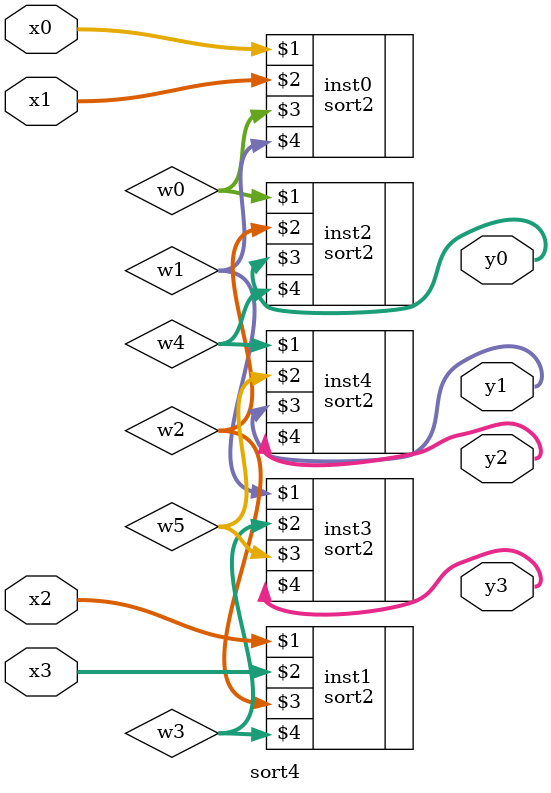
<source format=v>
module sort4(x0,x1,x2,x3,y0,y1,y2,y3);
	input [7:0] x0,x1,x2,x3;
	output [7:0] y0,y1,y2,y3;
	wire [7:0] w0,w1,w2,w3,w4,w5;
	sort2 inst0(x0,x1,w0,w1);
	sort2 inst1(x2,x3,w2,w3);
	sort2 inst2(w0,w2,y0,w4);
	sort2 inst3(w1,w3,w5,y3);
	sort2 inst4(w4,w5,y1,y2);
endmodule 
</source>
